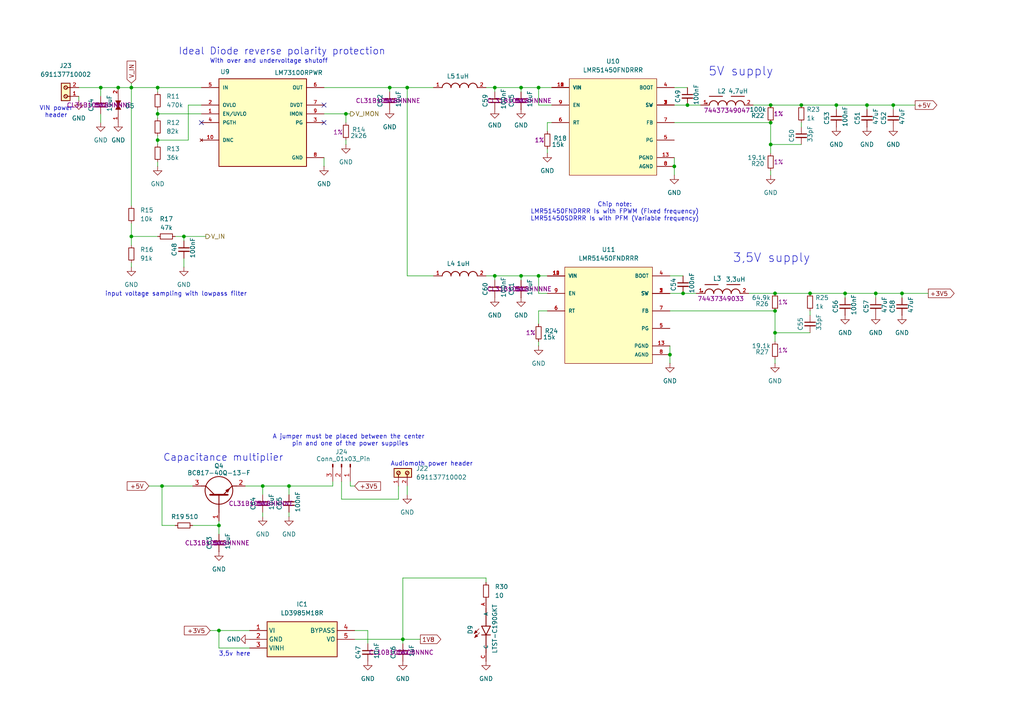
<source format=kicad_sch>
(kicad_sch (version 20250114) (generator "eeschema") (generator_version "9.0")
  (paper "A4")
  (lib_symbols
    (symbol "0402ESDA-MLP1:0402ESDA-MLP1" (pin_names (offset 1.016))
      (property "Reference" "D" (at -5.08 1.27 0))
      (property "Value" "0402ESDA-MLP1" (at -5.08 -3.81 0))
      (symbol "0402ESDA-MLP1_0_0"
        (pin passive line (at -5.08 0 0) (length 2.54) (name "~") (number "1"))
        (pin passive line (at 5.08 0 180) (length 2.54) (name "~") (number "2"))
      )
    )
    (symbol "691137710002:691137710002" (pin_names (offset 1.016))
      (property "Reference" "J" (at -4.88 -0.922 0))
      (property "Value" "691137710002" (at -4.83 -2.58 0))
      (symbol "691137710002_0_0"
        (pin passive line (at -2.54 -5.08 90) (length 2.54) (name "~") (number "1"))
        (pin passive line (at 0 -5.08 90) (length 2.54) (name "~") (number "2"))
      )
    )
    (symbol "BC817-40Q-13-F:BC817-40Q-13-F" (pin_names (hide yes))
      (property "Reference" "Q" (at 13.97 1.27 0))
      (property "Value" "BC817-40Q-13-F" (at 13.97 -1.27 0))
      (symbol "BC817-40Q-13-F_1_1"
        (pin passive line (at 0 0 0) (length 2.54) (name "B") (number "1"))
        (pin passive line (at 10.16 7.62 270) (length 2.54) (name "C") (number "3"))
        (pin passive line (at 10.16 -7.62 90) (length 2.54) (name "E") (number "2"))
      )
    )
    (symbol "Connector:Conn_01x03_Pin" (pin_names (offset 1.016) (hide yes))
      (property "Reference" "J" (at 0 5.08 0))
      (property "Value" "Conn_01x03_Pin" (at 0 -5.08 0))
      (symbol "Conn_01x03_Pin_1_1"
        (pin passive line (at 5.08 2.54 180) (length 3.81) (name "Pin_1") (number "1"))
        (pin passive line (at 5.08 0 180) (length 3.81) (name "Pin_2") (number "2"))
        (pin passive line (at 5.08 -2.54 180) (length 3.81) (name "Pin_3") (number "3"))
      )
    )
    (symbol "Device:C_Small" (pin_numbers (hide yes)) (pin_names (offset 0.254) (hide yes))
      (property "Reference" "C" (at 0.254 1.778 0))
      (property "Value" "C_Small" (at 0.254 -2.032 0))
      (symbol "C_Small_1_1"
        (pin passive line (at 0 2.54 270) (length 2.032) (name "~") (number "1"))
        (pin passive line (at 0 -2.54 90) (length 2.032) (name "~") (number "2"))
      )
    )
    (symbol "Device:R_Small" (pin_numbers (hide yes)) (pin_names (offset 0.254) (hide yes))
      (property "Reference" "R" (at 0.762 0.508 0))
      (property "Value" "R_Small" (at 0.762 -1.016 0))
      (symbol "R_Small_1_1"
        (pin passive line (at 0 2.54 270) (length 0.762) (name "~") (number "1"))
        (pin passive line (at 0 -2.54 90) (length 0.762) (name "~") (number "2"))
      )
    )
    (symbol "LD3985M18R:LD3985M18R"
      (property "Reference" "IC" (at 26.67 7.62 0))
      (property "Value" "LD3985M18R" (at 26.67 5.08 0))
      (symbol "LD3985M18R_1_1"
        (pin input line (at 0 0 0) (length 5.08) (name "VI") (number "1"))
        (pin power_in line (at 0 -2.54 0) (length 5.08) (name "GND") (number "2"))
        (pin input line (at 0 -5.08 0) (length 5.08) (name "VINH") (number "3"))
        (pin passive line (at 30.48 0 180) (length 5.08) (name "BYPASS") (number "4"))
        (pin output line (at 30.48 -2.54 180) (length 5.08) (name "VO") (number "5"))
      )
    )
    (symbol "LM73100RPWR:LM73100RPWR" (pin_names (offset 1.016))
      (property "Reference" "U" (at -12.7 13.462 0))
      (property "Value" "LM73100RPWR" (at -12.7 -15.24 0))
      (symbol "LM73100RPWR_0_0"
        (pin input line (at -17.78 10.16 0) (length 5.08) (name "IN") (number "5"))
        (pin input line (at -17.78 5.08 0) (length 5.08) (name "OVLO") (number "2"))
        (pin input line (at -17.78 2.54 0) (length 5.08) (name "EN/UVLO") (number "1"))
        (pin input line (at -17.78 0 0) (length 5.08) (name "PGTH") (number "4"))
        (pin no_connect line (at -17.78 -5.08 0) (length 5.08) (name "DNC") (number "10"))
        (pin output line (at 17.78 10.16 180) (length 5.08) (name "OUT") (number "6"))
        (pin output line (at 17.78 5.08 180) (length 5.08) (name "DVDT") (number "7"))
        (pin output line (at 17.78 2.54 180) (length 5.08) (name "IMON") (number "9"))
        (pin output line (at 17.78 0 180) (length 5.08) (name "PG") (number "3"))
        (pin power_in line (at 17.78 -10.16 180) (length 5.08) (name "GND") (number "8"))
      )
    )
    (symbol "LMR51450FNDRRR:LMR51450FNDRRR" (pin_names (offset 1.016))
      (property "Reference" "U" (at -12.7 13.335 0))
      (property "Value" "LMR51450FNDRRR" (at -12.7 -17.78 0))
      (symbol "LMR51450FNDRRR_0_0"
        (pin input line (at -17.78 10.16 0) (length 5.08) (name "VIN") (number "10"))
        (pin input line (at -17.78 10.16 0) (length 5.08) (name "VIN") (number "11"))
        (pin input line (at -17.78 10.16 0) (length 5.08) (name "VIN") (number "12"))
        (pin input line (at -17.78 5.08 0) (length 5.08) (name "EN") (number "9"))
        (pin input line (at -17.78 0 0) (length 5.08) (name "RT") (number "6"))
        (pin passive line (at 17.78 10.16 180) (length 5.08) (name "BOOT") (number "4"))
        (pin output line (at 17.78 5.08 180) (length 5.08) (name "SW") (number "1"))
        (pin output line (at 17.78 5.08 180) (length 5.08) (name "SW") (number "2"))
        (pin output line (at 17.78 5.08 180) (length 5.08) (name "SW") (number "3"))
        (pin input line (at 17.78 0 180) (length 5.08) (name "FB") (number "7"))
        (pin output line (at 17.78 -5.08 180) (length 5.08) (name "PG") (number "5"))
        (pin power_in line (at 17.78 -10.16 180) (length 5.08) (name "PGND") (number "13"))
        (pin power_in line (at 17.78 -12.7 180) (length 5.08) (name "AGND") (number "8"))
      )
    )
    (symbol "LQM2HPN1R0MJHL:LQM2HPN1R0MJHL" (pin_names (offset 1.016))
      (property "Reference" "L" (at -7.62 5.08 0))
      (property "Value" "LQM2HPN1R0MJHL" (at -7.62 2.54 0))
      (symbol "LQM2HPN1R0MJHL_0_0"
        (pin passive line (at -7.62 0 0) (length 2.54) (name "~") (number "1"))
        (pin passive line (at 7.62 0 180) (length 2.54) (name "~") (number "2"))
      )
    )
    (symbol "LTST-C190GKT:LTST-C190GKT" (pin_names (offset 1.016))
      (property "Reference" "D" (at -2.0323 4.0647 0))
      (property "Value" "LTST-C190GKT" (at -2.0347 -3.815 0))
      (symbol "LTST-C190GKT_0_0"
        (pin passive line (at -7.62 0 0) (length 2.54) (name "C") (number "C"))
        (pin passive line (at 10.16 0 180) (length 2.54) (name "A") (number "A"))
      )
    )
    (symbol "WE-LHMI_7050:WE-LHMI_7050" (pin_names (offset 1.016))
      (property "Reference" "L" (at 0 3.302 0))
      (property "Value" "WE-LHMI_7050" (at 0 -2.54 0))
      (symbol "WE-LHMI_7050_0_0"
        (pin passive line (at -7.62 0 0) (length 2.54) (name "~") (number "1"))
        (pin passive line (at 7.62 0 180) (length 2.54) (name "~") (number "2"))
      )
    )
    (symbol "WE-LHMI_7050_3uH3:WE-LHMI_7050" (pin_names (offset 1.016))
      (property "Reference" "L" (at 0 3.302 0))
      (property "Value" "WE-LHMI_7050" (at 0 -2.54 0))
      (symbol "WE-LHMI_7050_0_0"
        (pin passive line (at -7.62 0 0) (length 2.54) (name "~") (number "1"))
        (pin passive line (at 7.62 0 180) (length 2.54) (name "~") (number "2"))
      )
    )
    (symbol "power:GND" (power) (pin_numbers (hide yes)) (pin_names (offset 0) (hide yes))
      (property "Value" "GND" (at 0 -3.81 0))
      (symbol "GND_1_1"
        (pin power_in line (at 0 0 270) (length 0) (name "~") (number "1"))
      )
    )
  )
  (text "5V supply" (at 214.884 20.828 0) (effects (font (size 2.54 2.54))))
  (text "Ideal Diode reverse polarity protection" (at 81.788 14.986 0) (effects (font (size 2.032 2.032))))
  (text "Chip note:\nLMR51450FNDRRR Is with FPWM (Fixed frequency)\nLMR51450SDRRR Is with PFM (Variable frequency)" (at 178.308 61.468 0) (effects (font (size 1.27 1.27))))
  (text "input voltage sampling with lowpass filter" (at 51.054 85.344 0) (effects (font (size 1.27 1.27))))
  (text "3,5v here" (at 68.072 189.738 0) (effects (font (size 1.27 1.27))))
  (text "Audiomoth power header" (at 125.222 134.62 0) (effects (font (size 1.27 1.27))))
  (text "With over and undervoltage shutoff" (at 77.978 17.78 0) (effects (font (size 1.27 1.27))))
  (text "Capacitance multiplier" (at 64.77 132.842 0) (effects (font (size 2.032 2.032))))
  (text "3,5V supply" (at 223.774 74.93 0) (effects (font (size 2.54 2.54))))
  (text "VIN power\nheader" (at 16.256 32.512 0) (effects (font (size 1.27 1.27))))
  (text "A jumper must be placed between the center \npin and one of the power supplies" (at 101.6 127.762 0) (effects (font (size 1.27 1.27))))
  (junction (at 34.29 25.4))
  (junction (at 83.82 140.97))
  (junction (at 234.95 85.09))
  (junction (at 259.08 30.48))
  (junction (at 156.21 25.4))
  (junction (at 254 85.09))
  (junction (at 194.31 102.87))
  (junction (at 223.52 35.56))
  (junction (at 198.12 85.09))
  (junction (at 143.51 25.4))
  (junction (at 100.33 33.02))
  (junction (at 38.1 25.4))
  (junction (at 118.11 25.4))
  (junction (at 156.21 80.01))
  (junction (at 195.58 48.26))
  (junction (at 45.72 40.64))
  (junction (at 245.11 85.09))
  (junction (at 151.13 80.01))
  (junction (at 63.5 152.4))
  (junction (at 242.57 30.48))
  (junction (at 38.1 68.58))
  (junction (at 76.2 140.97))
  (junction (at 53.34 68.58))
  (junction (at 261.62 85.09))
  (junction (at 151.13 25.4))
  (junction (at 116.84 185.42))
  (junction (at 45.72 33.02))
  (junction (at 63.5 182.88))
  (junction (at 113.03 25.4))
  (junction (at 45.72 25.4))
  (junction (at 29.21 25.4))
  (junction (at 224.79 85.09))
  (junction (at 223.52 41.91))
  (junction (at 232.41 30.48))
  (junction (at 143.51 80.01))
  (junction (at 251.46 30.48))
  (junction (at 224.79 90.17))
  (junction (at 46.99 140.97))
  (junction (at 223.52 30.48))
  (junction (at 224.79 96.52))
  (junction (at 199.39 30.48))
  (no_connect (at 58.42 35.56))
  (no_connect (at 93.98 35.56))
  (no_connect (at 93.98 30.48))
  (wire (pts (xy 46.99 152.4) (xy 50.8 152.4)))
  (wire (pts (xy 43.18 140.97) (xy 46.99 140.97)))
  (wire (pts (xy 121.92 185.42) (xy 116.84 185.42)))
  (wire (pts (xy 22.86 29.21) (xy 22.86 27.94)))
  (wire (pts (xy 29.21 25.4) (xy 34.29 25.4)))
  (wire (pts (xy 223.52 44.45) (xy 223.52 41.91)))
  (wire (pts (xy 38.1 64.77) (xy 38.1 68.58)))
  (wire (pts (xy 99.06 139.7) (xy 99.06 144.78)))
  (wire (pts (xy 217.17 85.09) (xy 224.79 85.09)))
  (wire (pts (xy 76.2 140.97) (xy 83.82 140.97)))
  (wire (pts (xy 160.02 30.48) (xy 156.21 30.48)))
  (wire (pts (xy 53.34 68.58) (xy 50.8 68.58)))
  (wire (pts (xy 45.72 33.02) (xy 45.72 34.29)))
  (wire (pts (xy 63.5 151.13) (xy 63.5 152.4)))
  (wire (pts (xy 143.51 25.4) (xy 143.51 26.67)))
  (wire (pts (xy 116.84 186.69) (xy 116.84 185.42)))
  (wire (pts (xy 224.79 90.17) (xy 224.79 96.52)))
  (wire (pts (xy 76.2 149.86) (xy 76.2 148.59)))
  (wire (pts (xy 83.82 148.59) (xy 83.82 149.86)))
  (wire (pts (xy 113.03 26.67) (xy 113.03 25.4)))
  (wire (pts (xy 63.5 152.4) (xy 63.5 154.94)))
  (wire (pts (xy 143.51 81.28) (xy 143.51 80.01)))
  (wire (pts (xy 194.31 90.17) (xy 224.79 90.17)))
  (wire (pts (xy 194.31 85.09) (xy 198.12 85.09)))
  (wire (pts (xy 223.52 41.91) (xy 232.41 41.91)))
  (wire (pts (xy 245.11 86.36) (xy 245.11 85.09)))
  (wire (pts (xy 58.42 30.48) (xy 54.61 30.48)))
  (wire (pts (xy 60.96 182.88) (xy 63.5 182.88)))
  (wire (pts (xy 29.21 33.02) (xy 29.21 35.56)))
  (wire (pts (xy 223.52 50.8) (xy 223.52 49.53)))
  (wire (pts (xy 140.97 80.01) (xy 143.51 80.01)))
  (wire (pts (xy 251.46 31.75) (xy 251.46 30.48)))
  (wire (pts (xy 38.1 25.4) (xy 45.72 25.4)))
  (wire (pts (xy 140.97 167.64) (xy 116.84 167.64)))
  (wire (pts (xy 22.86 25.4) (xy 29.21 25.4)))
  (wire (pts (xy 158.75 44.45) (xy 158.75 43.18)))
  (wire (pts (xy 93.98 48.26) (xy 93.98 45.72)))
  (wire (pts (xy 38.1 68.58) (xy 38.1 71.12)))
  (wire (pts (xy 224.79 96.52) (xy 234.95 96.52)))
  (wire (pts (xy 195.58 25.4) (xy 199.39 25.4)))
  (wire (pts (xy 101.6 140.97) (xy 101.6 139.7)))
  (wire (pts (xy 83.82 140.97) (xy 96.52 140.97)))
  (wire (pts (xy 45.72 48.26) (xy 45.72 46.99)))
  (wire (pts (xy 199.39 30.48) (xy 203.2 30.48)))
  (wire (pts (xy 232.41 30.48) (xy 242.57 30.48)))
  (wire (pts (xy 151.13 26.67) (xy 151.13 25.4)))
  (wire (pts (xy 45.72 40.64) (xy 45.72 41.91)))
  (wire (pts (xy 45.72 39.37) (xy 45.72 40.64)))
  (wire (pts (xy 140.97 167.64) (xy 140.97 168.91)))
  (wire (pts (xy 76.2 143.51) (xy 76.2 140.97)))
  (wire (pts (xy 53.34 77.47) (xy 53.34 74.93)))
  (wire (pts (xy 38.1 77.47) (xy 38.1 76.2)))
  (wire (pts (xy 224.79 96.52) (xy 224.79 99.06)))
  (wire (pts (xy 72.39 187.96) (xy 63.5 187.96)))
  (wire (pts (xy 234.95 85.09) (xy 245.11 85.09)))
  (wire (pts (xy 116.84 167.64) (xy 116.84 185.42)))
  (wire (pts (xy 242.57 31.75) (xy 242.57 30.48)))
  (wire (pts (xy 45.72 26.67) (xy 45.72 25.4)))
  (wire (pts (xy 254 85.09) (xy 261.62 85.09)))
  (wire (pts (xy 46.99 140.97) (xy 46.99 152.4)))
  (wire (pts (xy 53.34 68.58) (xy 59.69 68.58)))
  (wire (pts (xy 259.08 30.48) (xy 265.43 30.48)))
  (wire (pts (xy 53.34 69.85) (xy 53.34 68.58)))
  (wire (pts (xy 63.5 187.96) (xy 63.5 182.88)))
  (wire (pts (xy 232.41 35.56) (xy 232.41 36.83)))
  (wire (pts (xy 38.1 25.4) (xy 38.1 59.69)))
  (wire (pts (xy 195.58 45.72) (xy 195.58 48.26)))
  (wire (pts (xy 151.13 25.4) (xy 143.51 25.4)))
  (wire (pts (xy 83.82 140.97) (xy 83.82 143.51)))
  (wire (pts (xy 158.75 38.1) (xy 158.75 35.56)))
  (wire (pts (xy 96.52 139.7) (xy 96.52 140.97)))
  (wire (pts (xy 106.68 182.88) (xy 102.87 182.88)))
  (wire (pts (xy 156.21 85.09) (xy 156.21 80.01)))
  (wire (pts (xy 63.5 182.88) (xy 72.39 182.88)))
  (wire (pts (xy 118.11 80.01) (xy 125.73 80.01)))
  (wire (pts (xy 254 85.09) (xy 254 86.36)))
  (wire (pts (xy 106.68 186.69) (xy 106.68 182.88)))
  (wire (pts (xy 259.08 31.75) (xy 259.08 30.48)))
  (wire (pts (xy 100.33 41.91) (xy 100.33 40.64)))
  (wire (pts (xy 143.51 80.01) (xy 151.13 80.01)))
  (wire (pts (xy 102.87 140.97) (xy 101.6 140.97)))
  (wire (pts (xy 156.21 80.01) (xy 158.75 80.01)))
  (wire (pts (xy 54.61 30.48) (xy 54.61 40.64)))
  (wire (pts (xy 118.11 25.4) (xy 125.73 25.4)))
  (wire (pts (xy 151.13 25.4) (xy 156.21 25.4)))
  (wire (pts (xy 100.33 33.02) (xy 100.33 35.56)))
  (wire (pts (xy 71.12 140.97) (xy 76.2 140.97)))
  (wire (pts (xy 158.75 90.17) (xy 156.21 90.17)))
  (wire (pts (xy 261.62 85.09) (xy 269.24 85.09)))
  (wire (pts (xy 29.21 27.94) (xy 29.21 25.4)))
  (wire (pts (xy 118.11 25.4) (xy 118.11 80.01)))
  (wire (pts (xy 140.97 25.4) (xy 143.51 25.4)))
  (wire (pts (xy 158.75 35.56) (xy 160.02 35.56)))
  (wire (pts (xy 223.52 30.48) (xy 232.41 30.48)))
  (wire (pts (xy 151.13 80.01) (xy 156.21 80.01)))
  (wire (pts (xy 198.12 85.09) (xy 201.93 85.09)))
  (wire (pts (xy 224.79 85.09) (xy 234.95 85.09)))
  (wire (pts (xy 99.06 144.78) (xy 115.57 144.78)))
  (wire (pts (xy 195.58 30.48) (xy 199.39 30.48)))
  (wire (pts (xy 156.21 100.33) (xy 156.21 99.06)))
  (wire (pts (xy 45.72 33.02) (xy 58.42 33.02)))
  (wire (pts (xy 115.57 144.78) (xy 115.57 140.97)))
  (wire (pts (xy 118.11 143.51) (xy 118.11 140.97)))
  (wire (pts (xy 218.44 30.48) (xy 223.52 30.48)))
  (wire (pts (xy 55.88 152.4) (xy 63.5 152.4)))
  (wire (pts (xy 242.57 30.48) (xy 251.46 30.48)))
  (wire (pts (xy 54.61 40.64) (xy 45.72 40.64)))
  (wire (pts (xy 261.62 85.09) (xy 261.62 86.36)))
  (wire (pts (xy 45.72 68.58) (xy 38.1 68.58)))
  (wire (pts (xy 100.33 33.02) (xy 93.98 33.02)))
  (wire (pts (xy 113.03 25.4) (xy 118.11 25.4)))
  (wire (pts (xy 156.21 25.4) (xy 160.02 25.4)))
  (wire (pts (xy 158.75 85.09) (xy 156.21 85.09)))
  (wire (pts (xy 102.87 185.42) (xy 116.84 185.42)))
  (wire (pts (xy 224.79 105.41) (xy 224.79 104.14)))
  (wire (pts (xy 245.11 85.09) (xy 254 85.09)))
  (wire (pts (xy 93.98 25.4) (xy 113.03 25.4)))
  (wire (pts (xy 223.52 41.91) (xy 223.52 35.56)))
  (wire (pts (xy 259.08 30.48) (xy 251.46 30.48)))
  (wire (pts (xy 195.58 50.8) (xy 195.58 48.26)))
  (wire (pts (xy 45.72 31.75) (xy 45.72 33.02)))
  (wire (pts (xy 234.95 90.17) (xy 234.95 91.44)))
  (wire (pts (xy 45.72 25.4) (xy 58.42 25.4)))
  (wire (pts (xy 100.33 33.02) (xy 101.6 33.02)))
  (wire (pts (xy 151.13 81.28) (xy 151.13 80.01)))
  (wire (pts (xy 156.21 90.17) (xy 156.21 93.98)))
  (wire (pts (xy 34.29 25.4) (xy 38.1 25.4)))
  (wire (pts (xy 46.99 140.97) (xy 55.88 140.97)))
  (wire (pts (xy 194.31 80.01) (xy 198.12 80.01)))
  (wire (pts (xy 194.31 100.33) (xy 194.31 102.87)))
  (wire (pts (xy 195.58 35.56) (xy 223.52 35.56)))
  (wire (pts (xy 194.31 102.87) (xy 194.31 105.41)))
  (wire (pts (xy 38.1 24.13) (xy 38.1 25.4)))
  (wire (pts (xy 156.21 30.48) (xy 156.21 25.4)))
  (global_label "+5V" (shape input) (at 43.18 140.97 180) (property "Intersheetrefs" "${INTERSHEET_REFS}" (effects (hide yes))))
  (global_label "+3V5" (shape output) (at 269.24 85.09 0) (property "Intersheetrefs" "${INTERSHEET_REFS}" (effects (hide yes))))
  (global_label "+3V5" (shape input) (at 60.96 182.88 180) (property "Intersheetrefs" "${INTERSHEET_REFS}" (effects (hide yes))))
  (global_label "+5V" (shape output) (at 265.43 30.48 0) (property "Intersheetrefs" "${INTERSHEET_REFS}" (effects (hide yes))))
  (global_label "+3V5" (shape input) (at 102.87 140.97 0) (property "Intersheetrefs" "${INTERSHEET_REFS}" (effects (hide yes))))
  (global_label "V_IN" (shape input) (at 38.1 24.13 90) (property "Intersheetrefs" "${INTERSHEET_REFS}" (effects (hide yes))))
  (global_label "1V8" (shape output) (at 121.92 185.42 0) (property "Intersheetrefs" "${INTERSHEET_REFS}" (effects (hide yes))))
  (hierarchical_label "V_IN" (shape output) (at 59.69 68.58 0))
  (hierarchical_label "V_IMON" (shape output) (at 101.6 33.02 0))
  (symbol (lib_id "Device:R_Small") (at 45.72 29.21 0) (unit 1)
    (property "Reference" "R11" (at 48.26 27.9399 0) (effects (justify left)))
    (property "Value" "470k" (at 48.26 30.4799 0) (effects (justify left)))
    (property "Footprint" "Resistor_SMD:R_0402_1005Metric" (effects (hide yes)))
    (property "Description" "Resistor, small symbol" (effects (hide yes)))
  )
  (symbol (lib_id "Device:C_Small") (at 198.12 82.55 0) (unit 1)
    (property "Reference" "C54" (at 195.326 82.55 90))
    (property "Value" "100nF" (at 200.66 82.042 90))
    (property "Footprint" "Capacitor_SMD:C_0603_1608Metric" (effects (hide yes)))
    (property "Description" "Unpolarized capacitor, small symbol" (effects (hide yes)))
  )
  (symbol (lib_id "Device:C_Small") (at 83.82 146.05 0) (unit 1)
    (property "Reference" "C65" (at 81.026 146.05 90))
    (property "Value" "100nF" (at 86.36 145.542 90))
    (property "Footprint" "Capacitor_SMD:C_0603_1608Metric" (effects (hide yes)))
    (property "Description" "Unpolarized capacitor, small symbol" (effects (hide yes)))
  )
  (symbol (lib_id "LQM2HPN1R0MJHL:LQM2HPN1R0MJHL") (at 133.35 80.01 0) (unit 1)
    (property "Reference" "L4" (at 130.81 76.454 0))
    (property "Value" "1uH" (at 134.366 76.454 0))
    (property "Footprint" "LQM2HPN1R0MJHL:INDC2520X120N" (effects (hide yes)))
    (property "MF" "Murata Electronics" (effects (hide yes)))
    (property "Description_1" "Inductor with Inductance: 1uH Tol. +/-20%, Package: 1008 (2520)" (effects (hide yes)))
    (property "Package" "2520 Murata" (effects (hide yes)))
    (property "Price" "None" (effects (hide yes)))
    (property "SnapEDA_Link" "https://www.snapeda.com/parts/LQM2HPN1R0MJHL/Murata+Electronics+North+America/view-part/?ref=snap" (effects (hide yes)))
    (property "MP" "LQM2HPN1R0MJHL" (effects (hide yes)))
    (property "Availability" "In Stock" (effects (hide yes)))
    (property "Check_prices" "https://www.snapeda.com/parts/LQM2HPN1R0MJHL/Murata+Electronics+North+America/view-part/?ref=eda" (effects (hide yes)))
  )
  (symbol (lib_id "Device:C_Small") (at 259.08 34.29 0) (unit 1)
    (property "Reference" "C52" (at 256.286 34.29 90))
    (property "Value" "47uF" (at 261.62 33.782 90))
    (property "Footprint" "Capacitor_SMD:C_1206_3216Metric" (effects (hide yes)))
    (property "Description" "Unpolarized capacitor, small symbol" (effects (hide yes)))
    (property "Part-no" "GRM31CR61A476ME15L " (effects (hide yes)))
    (property "Voltage rating" "10v" (effects (hide yes)))
  )
  (symbol (lib_id "Device:C_Small") (at 151.13 29.21 0) (unit 1)
    (property "Reference" "C45" (at 148.336 29.21 90))
    (property "Value" "10uF" (at 153.67 28.702 90))
    (property "Footprint" "Capacitor_SMD:C_1206_3216Metric" (effects (hide yes)))
    (property "Description" "Unpolarized capacitor, small symbol" (effects (hide yes)))
    (property "Part-no" "CL31B106KBHNNNE " (at 151.13 29.21 0))
    (property "Voltage rating" "50v" (at 151.13 29.21 0))
  )
  (symbol (lib_id "power:GND") (at 113.03 31.75 0) (unit 1)
    (property "Reference" "#PWR072" (effects (hide yes)))
    (property "Value" "GND" (at 113.03 36.83 0))
    (property "Description" "Power symbol creates a global label with name \"GND\" , ground" (effects (hide yes)))
  )
  (symbol (lib_id "Device:C_Small") (at 116.84 189.23 0) (unit 1)
    (property "Reference" "C46" (at 114.046 189.23 90))
    (property "Value" "1uF" (at 119.38 188.722 90))
    (property "Footprint" "Capacitor_SMD:C_0603_1608Metric" (effects (hide yes)))
    (property "Description" "Unpolarized capacitor, small symbol" (effects (hide yes)))
    (property "Part-no" "CL10B105KO8NNNC " (at 116.84 189.23 0))
    (property "Voltage rating" "16v" (at 116.84 189.23 0))
  )
  (symbol (lib_id "WE-LHMI_7050:WE-LHMI_7050") (at 210.82 30.48 0) (unit 1) (on_board no)
    (property "Reference" "L2" (at 209.296 26.416 0))
    (property "Value" "4,7uH" (at 214.122 26.416 0))
    (property "Footprint" "WE-LHMI_7050:WE-LHMI_7050" (effects (hide yes)))
    (property "MF" "Würth Elektronik" (effects (hide yes)))
    (property "Description_1" "4.7µH Shielded Molded Inductor 5A 30.8mOhm Max Nonstandard" (effects (hide yes)))
    (property "Package" "Nonstandard Würth Elektronik" (effects (hide yes)))
    (property "Price" "None" (effects (hide yes)))
    (property "SnapEDA_Link" "https://www.snapeda.com/parts/74437349047/W%25C3%25BCrth+Elektronik+Midcom/view-part/?ref=snap" (effects (hide yes)))
    (property "MP" "74437349047" (at 210.82 32.766 0) (effects (justify bottom)))
    (property "Availability" "In Stock" (effects (hide yes)))
    (property "Check_prices" "https://www.snapeda.com/parts/74437349047/W%25C3%25BCrth+Elektronik+Midcom/view-part/?ref=eda" (effects (hide yes)))
  )
  (symbol (lib_id "691137710002:691137710002") (at 17.78 25.4 90) (unit 1)
    (property "Reference" "J23" (at 19.05 19.05 90))
    (property "Value" "691137710002" (at 19.05 21.59 90))
    (property "Footprint" "691137710002:691137710002" (effects (hide yes)))
    (property "MF" "Würth Elektronik" (effects (hide yes)))
    (property "Description_1" "2 Position Wire to Board Terminal Block Horizontal with Board 0.197 (5.00mm) Through Hole" (effects (hide yes)))
    (property "Package" "None" (effects (hide yes)))
    (property "Price" "None" (effects (hide yes)))
    (property "SnapEDA_Link" "https://www.snapeda.com/parts/691137710002/W%25C3%25BCrth+Elektronik+Midcom/view-part/?ref=snap" (effects (hide yes)))
    (property "MP" "691137710002" (effects (hide yes)))
    (property "Availability" "In Stock" (effects (hide yes)))
    (property "Check_prices" "https://www.snapeda.com/parts/691137710002/W%25C3%25BCrth+Elektronik+Midcom/view-part/?ref=eda" (effects (hide yes)))
  )
  (symbol (lib_id "power:GND") (at 72.39 185.42 270) (unit 1)
    (property "Reference" "#PWR051" (effects (hide yes)))
    (property "Value" "GND" (at 69.85 185.42 90) (effects (justify right)))
    (property "Description" "Power symbol creates a global label with name \"GND\" , ground" (effects (hide yes)))
  )
  (symbol (lib_id "Device:R_Small") (at 224.79 101.6 180) (unit 1)
    (property "Reference" "R27" (at 223.012 102.108 0) (effects (justify left)))
    (property "Value" "19.1k" (at 223.52 100.33 0) (effects (justify left)))
    (property "Footprint" "Resistor_SMD:R_0402_1005Metric" (effects (hide yes)))
    (property "Description" "Resistor, small symbol" (effects (hide yes)))
    (property "Tolerance" "1%" (at 227.076 101.6 0))
  )
  (symbol (lib_id "LQM2HPN1R0MJHL:LQM2HPN1R0MJHL") (at 133.35 25.4 0) (unit 1)
    (property "Reference" "L5" (at 130.81 22.098 0))
    (property "Value" "1uH" (at 134.112 22.098 0))
    (property "Footprint" "LQM2HPN1R0MJHL:INDC2520X120N" (effects (hide yes)))
    (property "MF" "Murata Electronics" (effects (hide yes)))
    (property "Description_1" "Inductor with Inductance: 1uH Tol. +/-20%, Package: 1008 (2520)" (effects (hide yes)))
    (property "Package" "2520 Murata" (effects (hide yes)))
    (property "Price" "None" (effects (hide yes)))
    (property "SnapEDA_Link" "https://www.snapeda.com/parts/LQM2HPN1R0MJHL/Murata+Electronics+North+America/view-part/?ref=snap" (effects (hide yes)))
    (property "MP" "LQM2HPN1R0MJHL" (effects (hide yes)))
    (property "Availability" "In Stock" (effects (hide yes)))
    (property "Check_prices" "https://www.snapeda.com/parts/LQM2HPN1R0MJHL/Murata+Electronics+North+America/view-part/?ref=eda" (effects (hide yes)))
  )
  (symbol (lib_id "power:GND") (at 34.29 35.56 0) (unit 1)
    (property "Reference" "#PWR047" (effects (hide yes)))
    (property "Value" "GND" (at 34.29 40.64 0))
    (property "Description" "Power symbol creates a global label with name \"GND\" , ground" (effects (hide yes)))
  )
  (symbol (lib_id "Device:C_Small") (at 245.11 88.9 0) (unit 1)
    (property "Reference" "C56" (at 242.316 88.9 90))
    (property "Value" "100nF" (at 247.65 88.392 90))
    (property "Footprint" "Capacitor_SMD:C_0603_1608Metric" (effects (hide yes)))
    (property "Description" "Unpolarized capacitor, small symbol" (effects (hide yes)))
  )
  (symbol (lib_id "power:GND") (at 261.62 91.44 0) (unit 1)
    (property "Reference" "#PWR068" (effects (hide yes)))
    (property "Value" "GND" (at 261.62 96.52 0))
    (property "Description" "Power symbol creates a global label with name \"GND\" , ground" (effects (hide yes)))
  )
  (symbol (lib_id "power:GND") (at 106.68 191.77 0) (unit 1)
    (property "Reference" "#PWR053" (effects (hide yes)))
    (property "Value" "GND" (at 106.68 196.85 0))
    (property "Description" "Power symbol creates a global label with name \"GND\" , ground" (effects (hide yes)))
  )
  (symbol (lib_id "power:GND") (at 223.52 50.8 0) (unit 1)
    (property "Reference" "#PWR059" (effects (hide yes)))
    (property "Value" "GND" (at 223.52 55.88 0))
    (property "Description" "Power symbol creates a global label with name \"GND\" , ground" (effects (hide yes)))
  )
  (symbol (lib_id "power:GND") (at 195.58 50.8 0) (unit 1)
    (property "Reference" "#PWR057" (effects (hide yes)))
    (property "Value" "GND" (at 195.58 55.88 0))
    (property "Description" "Power symbol creates a global label with name \"GND\" , ground" (effects (hide yes)))
  )
  (symbol (lib_id "power:GND") (at 76.2 149.86 0) (unit 1)
    (property "Reference" "#PWR074" (effects (hide yes)))
    (property "Value" "GND" (at 76.2 154.94 0))
    (property "Description" "Power symbol creates a global label with name \"GND\" , ground" (effects (hide yes)))
  )
  (symbol (lib_id "power:GND") (at 53.34 77.47 0) (unit 1)
    (property "Reference" "#PWR055" (effects (hide yes)))
    (property "Value" "GND" (at 53.34 82.55 0))
    (property "Description" "Power symbol creates a global label with name \"GND\" , ground" (effects (hide yes)))
  )
  (symbol (lib_id "Device:R_Small") (at 48.26 68.58 270) (unit 1)
    (property "Reference" "R17" (at 48.26 63.5 90))
    (property "Value" "47k" (at 48.26 66.04 90))
    (property "Footprint" "Resistor_SMD:R_0402_1005Metric" (effects (hide yes)))
    (property "Description" "Resistor, small symbol" (effects (hide yes)))
  )
  (symbol (lib_id "power:GND") (at 83.82 149.86 0) (unit 1)
    (property "Reference" "#PWR075" (effects (hide yes)))
    (property "Value" "GND" (at 83.82 154.94 0))
    (property "Description" "Power symbol creates a global label with name \"GND\" , ground" (effects (hide yes)))
  )
  (symbol (lib_id "power:GND") (at 254 91.44 0) (unit 1)
    (property "Reference" "#PWR067" (effects (hide yes)))
    (property "Value" "GND" (at 254 96.52 0))
    (property "Description" "Power symbol creates a global label with name \"GND\" , ground" (effects (hide yes)))
  )
  (symbol (lib_id "Device:R_Small") (at 158.75 40.64 0) (unit 1)
    (property "Reference" "R18" (at 160.528 40.132 0) (effects (justify left)))
    (property "Value" "15k" (at 160.02 41.91 0) (effects (justify left)))
    (property "Footprint" "Resistor_SMD:R_0402_1005Metric" (effects (hide yes)))
    (property "Description" "Resistor, small symbol" (effects (hide yes)))
    (property "Tolerance" "1%" (at 156.464 40.64 0))
  )
  (symbol (lib_id "Device:C_Small") (at 76.2 146.05 0) (unit 1)
    (property "Reference" "C64" (at 73.406 146.05 90))
    (property "Value" "10uF" (at 78.74 145.542 90))
    (property "Footprint" "Capacitor_SMD:C_1206_3216Metric" (effects (hide yes)))
    (property "Description" "Unpolarized capacitor, small symbol" (effects (hide yes)))
    (property "Part-no" "CL31B106KBHNNNE " (at 76.2 146.05 0))
    (property "Voltage rating" "50v" (at 76.2 146.05 0))
  )
  (symbol (lib_id "power:GND") (at 22.86 29.21 0) (unit 1)
    (property "Reference" "#PWR076" (effects (hide yes)))
    (property "Value" "GND" (at 22.86 34.29 0))
    (property "Description" "Power symbol creates a global label with name \"GND\" , ground" (effects (hide yes)))
  )
  (symbol (lib_id "Device:R_Small") (at 45.72 44.45 0) (unit 1)
    (property "Reference" "R13" (at 48.26 43.1799 0) (effects (justify left)))
    (property "Value" "36k" (at 48.26 45.7199 0) (effects (justify left)))
    (property "Footprint" "Resistor_SMD:R_0402_1005Metric" (effects (hide yes)))
    (property "Description" "Resistor, small symbol" (effects (hide yes)))
  )
  (symbol (lib_id "Device:C_Small") (at 143.51 83.82 0) (unit 1)
    (property "Reference" "C60" (at 140.716 83.82 90))
    (property "Value" "100nF" (at 146.05 83.312 90))
    (property "Footprint" "Capacitor_SMD:C_0603_1608Metric" (effects (hide yes)))
    (property "Description" "Unpolarized capacitor, small symbol" (effects (hide yes)))
  )
  (symbol (lib_id "BC817-40Q-13-F:BC817-40Q-13-F") (at 63.5 151.13 90) (unit 1)
    (property "Reference" "Q4" (at 63.5 135.128 90))
    (property "Value" "BC817-40Q-13-F" (at 63.5 137.16 90))
    (property "Footprint" "SOT96P240X110-3N" (effects (hide yes)))
    (property "Datasheet" "https://www.diodes.com//assets/Datasheets/BC817-16Q_40Q.pdf" (effects (hide yes)))
    (property "Description" "BVCEO > 45V  IC = 0.5A Continuous Collector Current  ICM = 1A Peak Pulse Current  Complementary PNP Types: BC807-xxQ  Ideally Suited for Automatic Insertion  Epitaxial Planar Die Construction  For Switching and AF Amplifier Applications  Totally Lead-Free & Fully RoHS Compliant (Notes 1 & 2)  Halogen and Antimony Free. \"Green\" Device (Note 3)  The BC817-16Q /-25Q/-40Q are suitable for automotive applications requiring specific change control; these parts are AEC-Q101 qualified, PPAP ca" (effects (hide yes)))
    (property "Height" "1.1" (effects (hide yes)))
    (property "Manufacturer_Name" "Diodes Incorporated" (effects (hide yes)))
    (property "Manufacturer_Part_Number" "BC817-40Q-13-F" (effects (hide yes)))
    (property "Mouser Part Number" "621-BC817-40Q-13-F" (effects (hide yes)))
    (property "Mouser Price/Stock" "https://www.mouser.co.uk/ProductDetail/Diodes-Incorporated/BC817-40Q-13-F?qs=4EhzHfbM1Ghn23Xx55KmTw%3D%3D" (effects (hide yes)))
    (property "Arrow Part Number" "BC817-40Q-13-F" (effects (hide yes)))
    (property "Arrow Price/Stock" "https://www.arrow.com/en/products/bc817-40q-13-f/diodes-incorporated?region=europe" (effects (hide yes)))
  )
  (symbol (lib_id "Device:C_Small") (at 234.95 93.98 0) (unit 1)
    (property "Reference" "C55" (at 232.156 93.98 90))
    (property "Value" "33pF" (at 237.49 93.472 90))
    (property "Footprint" "Capacitor_SMD:C_0603_1608Metric" (effects (hide yes)))
    (property "Description" "Unpolarized capacitor, small symbol" (effects (hide yes)))
  )
  (symbol (lib_id "power:GND") (at 100.33 41.91 0) (unit 1)
    (property "Reference" "#PWR049" (effects (hide yes)))
    (property "Value" "GND" (at 100.33 46.99 0))
    (property "Description" "Power symbol creates a global label with name \"GND\" , ground" (effects (hide yes)))
  )
  (symbol (lib_id "Device:R_Small") (at 234.95 87.63 0) (unit 1)
    (property "Reference" "R25" (at 236.474 86.36 0) (effects (justify left)))
    (property "Value" "1k" (at 236.474 88.9 0) (effects (justify left)))
    (property "Footprint" "Resistor_SMD:R_0402_1005Metric" (effects (hide yes)))
    (property "Description" "Resistor, small symbol" (effects (hide yes)))
  )
  (symbol (lib_id "Device:C_Small") (at 29.21 30.48 0) (unit 1)
    (property "Reference" "C44" (at 26.416 30.48 90))
    (property "Value" "10uF" (at 31.75 29.972 90))
    (property "Footprint" "Capacitor_SMD:C_1206_3216Metric" (effects (hide yes)))
    (property "Description" "Unpolarized capacitor, small symbol" (effects (hide yes)))
    (property "Part-no" "CL31B106KBHNNNE " (at 29.21 30.48 0))
    (property "Voltage rating" "50v" (at 29.21 30.48 0))
  )
  (symbol (lib_id "Device:R_Small") (at 223.52 33.02 180) (unit 1)
    (property "Reference" "R22" (at 221.742 33.528 0) (effects (justify left)))
    (property "Value" "100k" (at 222.25 31.75 0) (effects (justify left)))
    (property "Footprint" "Resistor_SMD:R_0402_1005Metric" (effects (hide yes)))
    (property "Description" "Resistor, small symbol" (effects (hide yes)))
    (property "Tolerance" "1%" (at 225.806 33.02 0))
  )
  (symbol (lib_id "power:GND") (at 143.51 31.75 0) (unit 1)
    (property "Reference" "#PWR069" (effects (hide yes)))
    (property "Value" "GND" (at 143.51 36.322 0))
    (property "Description" "Power symbol creates a global label with name \"GND\" , ground" (effects (hide yes)))
  )
  (symbol (lib_id "Connector:Conn_01x03_Pin") (at 99.06 134.62 270) (unit 1)
    (property "Reference" "J24" (at 99.06 131.064 90))
    (property "Value" "Conn_01x03_Pin" (at 99.568 133.096 90))
    (property "Footprint" "Connector_PinHeader_2.54mm:PinHeader_1x03_P2.54mm_Vertical" (effects (hide yes)))
    (property "Description" "Generic connector, single row, 01x03, script generated" (effects (hide yes)))
  )
  (symbol (lib_id "Device:C_Small") (at 143.51 29.21 0) (unit 1)
    (property "Reference" "C59" (at 140.716 29.21 90))
    (property "Value" "100nF" (at 146.05 28.702 90))
    (property "Footprint" "Capacitor_SMD:C_0603_1608Metric" (effects (hide yes)))
    (property "Description" "Unpolarized capacitor, small symbol" (effects (hide yes)))
  )
  (symbol (lib_id "power:GND") (at 140.97 191.77 0) (unit 1)
    (property "Reference" "#PWR079" (effects (hide yes)))
    (property "Value" "GND" (at 140.97 196.85 0))
    (property "Description" "Power symbol creates a global label with name \"GND\" , ground" (effects (hide yes)))
  )
  (symbol (lib_id "Device:R_Small") (at 38.1 62.23 0) (unit 1)
    (property "Reference" "R15" (at 40.64 60.9599 0) (effects (justify left)))
    (property "Value" "10k" (at 40.64 63.4999 0) (effects (justify left)))
    (property "Footprint" "Resistor_SMD:R_0402_1005Metric" (effects (hide yes)))
    (property "Description" "Resistor, small symbol" (effects (hide yes)))
  )
  (symbol (lib_id "Device:C_Small") (at 106.68 189.23 0) (unit 1)
    (property "Reference" "C47" (at 103.886 189.23 90))
    (property "Value" "10nF" (at 109.22 188.722 90))
    (property "Footprint" "Capacitor_SMD:C_0603_1608Metric" (effects (hide yes)))
    (property "Description" "Unpolarized capacitor, small symbol" (effects (hide yes)))
  )
  (symbol (lib_id "0402ESDA-MLP1:0402ESDA-MLP1") (at 34.29 30.48 90) (unit 1)
    (property "Reference" "D5" (at 36.322 30.734 90) (effects (justify right)))
    (property "Value" "0402ESDA-MLP1" (effects (hide yes)))
    (property "Footprint" "0402ESDA-MLP1:ESD_0402ESDA-MLP1" (effects (hide yes)))
    (property "MF" "Eaton" (effects (hide yes)))
    (property "DESCRIPTION" "ESD Suppressor Diode Polymer Bi-Dir 30V 2-Pin Case 0402(1006Metric) T/R" (effects (hide yes)))
    (property "PACKAGE" "0402 Eaton" (effects (hide yes)))
    (property "PRICE" "None" (effects (hide yes)))
    (property "Package" "0402 Eaton" (effects (hide yes)))
    (property "Check_prices" "https://www.snapeda.com/parts/0402ESDA-MLP1/Eaton/view-part/?ref=eda" (effects (hide yes)))
    (property "Price" "None" (effects (hide yes)))
    (property "SnapEDA_Link" "https://www.snapeda.com/parts/0402ESDA-MLP1/Eaton/view-part/?ref=snap" (effects (hide yes)))
    (property "MP" "0402ESDA-MLP1" (effects (hide yes)))
    (property "Availability" "In Stock" (effects (hide yes)))
    (property "AVAILABILITY" "In Stock" (effects (hide yes)))
    (property "Description_1" "SUPPRESSORS ESD SUPPRESSORS POLYSURG 0402 35V .05PF | Eaton Electronics 0402ESDA-MLP1" (effects (hide yes)))
  )
  (symbol (lib_id "power:GND") (at 194.31 105.41 0) (unit 1)
    (property "Reference" "#PWR064" (effects (hide yes)))
    (property "Value" "GND" (at 194.31 110.49 0))
    (property "Description" "Power symbol creates a global label with name \"GND\" , ground" (effects (hide yes)))
  )
  (symbol (lib_id "power:GND") (at 116.84 191.77 0) (unit 1)
    (property "Reference" "#PWR052" (effects (hide yes)))
    (property "Value" "GND" (at 116.84 196.85 0))
    (property "Description" "Power symbol creates a global label with name \"GND\" , ground" (effects (hide yes)))
  )
  (symbol (lib_id "power:GND") (at 224.79 105.41 0) (unit 1)
    (property "Reference" "#PWR065" (effects (hide yes)))
    (property "Value" "GND" (at 224.79 110.49 0))
    (property "Description" "Power symbol creates a global label with name \"GND\" , ground" (effects (hide yes)))
  )
  (symbol (lib_id "Device:R_Small") (at 45.72 36.83 0) (unit 1)
    (property "Reference" "R12" (at 48.26 35.5599 0) (effects (justify left)))
    (property "Value" "82k" (at 48.26 38.0999 0) (effects (justify left)))
    (property "Footprint" "Resistor_SMD:R_0402_1005Metric" (effects (hide yes)))
    (property "Description" "Resistor, small symbol" (effects (hide yes)))
  )
  (symbol (lib_id "Device:R_Small") (at 224.79 87.63 180) (unit 1)
    (property "Reference" "R26" (at 223.012 88.138 0) (effects (justify left)))
    (property "Value" "64.9k" (at 223.52 86.36 0) (effects (justify left)))
    (property "Footprint" "Resistor_SMD:R_0402_1005Metric" (effects (hide yes)))
    (property "Description" "Resistor, small symbol" (effects (hide yes)))
    (property "Tolerance" "1%" (at 227.076 87.63 0))
  )
  (symbol (lib_id "Device:C_Small") (at 232.41 39.37 0) (unit 1)
    (property "Reference" "C50" (at 229.616 39.37 90))
    (property "Value" "33pF" (at 234.95 38.862 90))
    (property "Footprint" "Capacitor_SMD:C_0603_1608Metric" (effects (hide yes)))
    (property "Description" "Unpolarized capacitor, small symbol" (effects (hide yes)))
  )
  (symbol (lib_id "LMR51450FNDRRR:LMR51450FNDRRR") (at 176.53 90.17 0) (unit 1)
    (property "Reference" "U11" (at 176.53 72.39 0))
    (property "Value" "LMR51450FNDRRR" (at 176.53 74.93 0))
    (property "Footprint" "LMR51450FNDRRR:CONV_LMR51450FNDRRR" (effects (hide yes)))
    (property "MF" "Texas Instruments" (effects (hide yes)))
    (property "MAXIMUM_PACKAGE_HEIGHT" "0.80 mm" (effects (hide yes)))
    (property "Package" "WSON-12 Texas Instruments" (effects (hide yes)))
    (property "Price" "None" (effects (hide yes)))
    (property "Check_prices" "https://www.snapeda.com/parts/LMR51450FNDRRR/Texas+Instruments/view-part/?ref=eda" (effects (hide yes)))
    (property "STANDARD" "Manufacturer Recommendations" (effects (hide yes)))
    (property "PARTREV" "December 2022" (effects (hide yes)))
    (property "SnapEDA_Link" "https://www.snapeda.com/parts/LMR51450FNDRRR/Texas+Instruments/view-part/?ref=snap" (effects (hide yes)))
    (property "MP" "LMR51450FNDRRR" (effects (hide yes)))
    (property "Description_1" "36-V, 5-A synchronous buck converter" (effects (hide yes)))
    (property "Availability" "In Stock" (effects (hide yes)))
    (property "MANUFACTURER" "Texas Instruments" (effects (hide yes)))
  )
  (symbol (lib_id "power:GND") (at 151.13 86.36 0) (unit 1)
    (property "Reference" "#PWR071" (effects (hide yes)))
    (property "Value" "GND" (at 151.13 91.44 0))
    (property "Description" "Power symbol creates a global label with name \"GND\" , ground" (effects (hide yes)))
  )
  (symbol (lib_id "Device:C_Small") (at 251.46 34.29 0) (unit 1)
    (property "Reference" "C51" (at 248.666 34.29 90))
    (property "Value" "47uF" (at 254 33.782 90))
    (property "Footprint" "Capacitor_SMD:C_1206_3216Metric" (effects (hide yes)))
    (property "Description" "Unpolarized capacitor, small symbol" (effects (hide yes)))
    (property "Part-no" "GRM31CR61A476ME15L " (effects (hide yes)))
    (property "Voltage rating" "10v" (effects (hide yes)))
  )
  (symbol (lib_id "Device:R_Small") (at 232.41 33.02 0) (unit 1)
    (property "Reference" "R23" (at 233.934 31.75 0) (effects (justify left)))
    (property "Value" "1k" (at 233.934 34.29 0) (effects (justify left)))
    (property "Footprint" "Resistor_SMD:R_0402_1005Metric" (effects (hide yes)))
    (property "Description" "Resistor, small symbol" (effects (hide yes)))
  )
  (symbol (lib_id "power:GND") (at 29.21 35.56 0) (unit 1)
    (property "Reference" "#PWR046" (effects (hide yes)))
    (property "Value" "GND" (at 29.21 40.64 0))
    (property "Description" "Power symbol creates a global label with name \"GND\" , ground" (effects (hide yes)))
  )
  (symbol (lib_id "power:GND") (at 251.46 36.83 0) (unit 1)
    (property "Reference" "#PWR060" (effects (hide yes)))
    (property "Value" "GND" (at 251.46 41.91 0))
    (property "Description" "Power symbol creates a global label with name \"GND\" , ground" (effects (hide yes)))
  )
  (symbol (lib_id "LTST-C190GKT:LTST-C190GKT") (at 140.97 184.15 90) (unit 1)
    (property "Reference" "D9" (at 136.398 182.626 0))
    (property "Value" "LTST-C190GKT" (at 143.51 182.372 0))
    (property "Footprint" "LTST-C190GKT:LEDM1608X80" (effects (hide yes)))
    (property "MF" "Lite-On Inc." (effects (hide yes)))
    (property "Description_1" "Green 569nm LED Indication - Discrete 2.1V 0603 (1608 Metric)" (effects (hide yes)))
    (property "Package" "0603 Lite-On" (effects (hide yes)))
    (property "Price" "None" (effects (hide yes)))
    (property "Check_prices" "https://www.snapeda.com/parts/LTST-C190GKT/Lite-On/view-part/?ref=eda" (effects (hide yes)))
    (property "SnapEDA_Link" "https://www.snapeda.com/parts/LTST-C190GKT/Lite-On/view-part/?ref=snap" (effects (hide yes)))
    (property "MP" "LTST-C190GKT" (effects (hide yes)))
    (property "Availability" "In Stock" (effects (hide yes)))
    (property "MANUFACTURER" "Lite On" (effects (hide yes)))
  )
  (symbol (lib_id "power:GND") (at 242.57 36.83 0) (unit 1)
    (property "Reference" "#PWR062" (effects (hide yes)))
    (property "Value" "GND" (at 242.57 41.91 0))
    (property "Description" "Power symbol creates a global label with name \"GND\" , ground" (effects (hide yes)))
  )
  (symbol (lib_id "power:GND") (at 156.21 100.33 0) (unit 1)
    (property "Reference" "#PWR063" (effects (hide yes)))
    (property "Value" "GND" (at 156.21 105.41 0))
    (property "Description" "Power symbol creates a global label with name \"GND\" , ground" (effects (hide yes)))
  )
  (symbol (lib_id "power:GND") (at 143.51 86.36 0) (unit 1)
    (property "Reference" "#PWR070" (effects (hide yes)))
    (property "Value" "GND" (at 143.51 91.44 0))
    (property "Description" "Power symbol creates a global label with name \"GND\" , ground" (effects (hide yes)))
  )
  (symbol (lib_id "Device:C_Small") (at 63.5 157.48 0) (unit 1)
    (property "Reference" "C63" (at 60.706 157.48 90))
    (property "Value" "10uF" (at 66.04 156.972 90))
    (property "Footprint" "Capacitor_SMD:C_1206_3216Metric" (effects (hide yes)))
    (property "Description" "Unpolarized capacitor, small symbol" (effects (hide yes)))
    (property "Part-no" "CL31B106KBHNNNE " (at 63.5 157.48 0))
    (property "Voltage rating" "50v" (at 63.5 157.48 0))
  )
  (symbol (lib_id "Device:R_Small") (at 223.52 46.99 180) (unit 1)
    (property "Reference" "R20" (at 221.742 47.498 0) (effects (justify left)))
    (property "Value" "19.1k" (at 222.25 45.72 0) (effects (justify left)))
    (property "Footprint" "Resistor_SMD:R_0402_1005Metric" (effects (hide yes)))
    (property "Description" "Resistor, small symbol" (effects (hide yes)))
    (property "Tolerance" "1%" (at 225.806 46.99 0))
  )
  (symbol (lib_id "power:GND") (at 45.72 48.26 0) (unit 1)
    (property "Reference" "#PWR048" (effects (hide yes)))
    (property "Value" "GND" (at 45.72 53.34 0))
    (property "Description" "Power symbol creates a global label with name \"GND\" , ground" (effects (hide yes)))
  )
  (symbol (lib_id "Device:C_Small") (at 261.62 88.9 0) (unit 1)
    (property "Reference" "C58" (at 258.826 88.9 90))
    (property "Value" "47uF" (at 264.16 88.392 90))
    (property "Footprint" "Capacitor_SMD:C_1206_3216Metric" (effects (hide yes)))
    (property "Description" "Unpolarized capacitor, small symbol" (effects (hide yes)))
    (property "Part-no" "GRM31CR61A476ME15L " (effects (hide yes)))
    (property "Voltage rating" "10v" (effects (hide yes)))
  )
  (symbol (lib_id "691137710002:691137710002") (at 118.11 135.89 0) (unit 1)
    (property "Reference" "J22" (at 120.65 135.8899 0) (effects (justify left)))
    (property "Value" "691137710002" (at 120.65 138.4299 0) (effects (justify left)))
    (property "Footprint" "691137710002:691137710002" (effects (hide yes)))
    (property "MF" "Würth Elektronik" (effects (hide yes)))
    (property "Description_1" "2 Position Wire to Board Terminal Block Horizontal with Board 0.197 (5.00mm) Through Hole" (effects (hide yes)))
    (property "Package" "None" (effects (hide yes)))
    (property "Price" "None" (effects (hide yes)))
    (property "SnapEDA_Link" "https://www.snapeda.com/parts/691137710002/W%25C3%25BCrth+Elektronik+Midcom/view-part/?ref=snap" (effects (hide yes)))
    (property "MP" "691137710002" (effects (hide yes)))
    (property "Availability" "In Stock" (effects (hide yes)))
    (property "Check_prices" "https://www.snapeda.com/parts/691137710002/W%25C3%25BCrth+Elektronik+Midcom/view-part/?ref=eda" (effects (hide yes)))
  )
  (symbol (lib_id "power:GND") (at 118.11 143.51 0) (unit 1)
    (property "Reference" "#PWR058" (effects (hide yes)))
    (property "Value" "GND" (at 118.11 148.59 0))
    (property "Description" "Power symbol creates a global label with name \"GND\" , ground" (effects (hide yes)))
  )
  (symbol (lib_id "LMR51450FNDRRR:LMR51450FNDRRR") (at 177.8 35.56 0) (unit 1)
    (property "Reference" "U10" (at 177.8 17.78 0))
    (property "Value" "LMR51450FNDRRR" (at 177.8 20.32 0))
    (property "Footprint" "LMR51450FNDRRR:CONV_LMR51450FNDRRR" (effects (hide yes)))
    (property "MF" "Texas Instruments" (effects (hide yes)))
    (property "MAXIMUM_PACKAGE_HEIGHT" "0.80 mm" (effects (hide yes)))
    (property "Package" "WSON-12 Texas Instruments" (effects (hide yes)))
    (property "Price" "None" (effects (hide yes)))
    (property "Check_prices" "https://www.snapeda.com/parts/LMR51450FNDRRR/Texas+Instruments/view-part/?ref=eda" (effects (hide yes)))
    (property "STANDARD" "Manufacturer Recommendations" (effects (hide yes)))
    (property "PARTREV" "December 2022" (effects (hide yes)))
    (property "SnapEDA_Link" "https://www.snapeda.com/parts/LMR51450FNDRRR/Texas+Instruments/view-part/?ref=snap" (effects (hide yes)))
    (property "MP" "LMR51450FNDRRR" (effects (hide yes)))
    (property "Description_1" "36-V, 5-A synchronous buck converter" (effects (hide yes)))
    (property "Availability" "In Stock" (effects (hide yes)))
    (property "MANUFACTURER" "Texas Instruments" (effects (hide yes)))
  )
  (symbol (lib_id "LM73100RPWR:LM73100RPWR") (at 76.2 35.56 0) (unit 1)
    (property "Reference" "U9" (at 65.278 20.828 0))
    (property "Value" "LM73100RPWR" (at 86.614 21.082 0))
    (property "Footprint" "LM73100RPWR:IC_LM73100RPWR" (effects (hide yes)))
    (property "MF" "Texas Instruments" (effects (hide yes)))
    (property "MAXIMUM_PACKAGE_HEIGHT" "1 mm" (effects (hide yes)))
    (property "Package" "VFQFN-10 Texas Instruments" (effects (hide yes)))
    (property "Price" "None" (effects (hide yes)))
    (property "Check_prices" "https://www.snapeda.com/parts/LM73100RPWR/Texas+Instruments/view-part/?ref=eda" (effects (hide yes)))
    (property "STANDARD" "Manufacturer Recommendations" (effects (hide yes)))
    (property "PARTREV" "08/2019" (effects (hide yes)))
    (property "SnapEDA_Link" "https://www.snapeda.com/parts/LM73100RPWR/Texas+Instruments/view-part/?ref=snap" (effects (hide yes)))
    (property "MP" "LM73100RPWR" (effects (hide yes)))
    (property "Description_1" "2.7-V to 23-V, 28-mΩ, 5.5-A load switch with integrated ideal diode & overvoltage protection" (effects (hide yes)))
    (property "MANUFACTURER" "Texas Instruments" (effects (hide yes)))
    (property "Availability" "In Stock" (effects (hide yes)))
    (property "SNAPEDA_PN" "LM73100RPWR" (effects (hide yes)))
  )
  (symbol (lib_id "Device:R_Small") (at 140.97 171.45 0) (unit 1)
    (property "Reference" "R30" (at 143.51 170.1799 0) (effects (justify left)))
    (property "Value" "10" (at 143.51 172.7199 0) (effects (justify left)))
    (property "Footprint" "Resistor_SMD:R_0402_1005Metric" (effects (hide yes)))
    (property "Description" "Resistor, small symbol" (effects (hide yes)))
  )
  (symbol (lib_id "Device:R_Small") (at 53.34 152.4 90) (unit 1)
    (property "Reference" "R19" (at 51.562 149.86 90))
    (property "Value" "510" (at 55.626 149.86 90))
    (property "Footprint" "Resistor_SMD:R_0402_1005Metric" (effects (hide yes)))
    (property "Description" "Resistor, small symbol" (effects (hide yes)))
  )
  (symbol (lib_id "Device:C_Small") (at 151.13 83.82 0) (unit 1)
    (property "Reference" "C61" (at 148.336 83.82 90))
    (property "Value" "10uF" (at 153.67 83.312 90))
    (property "Footprint" "Capacitor_SMD:C_1206_3216Metric" (effects (hide yes)))
    (property "Description" "Unpolarized capacitor, small symbol" (effects (hide yes)))
    (property "Part-no" "CL31B106KBHNNNE " (at 151.13 83.82 0))
    (property "Voltage rating" "50v" (at 151.13 83.82 0))
  )
  (symbol (lib_id "power:GND") (at 38.1 77.47 0) (unit 1)
    (property "Reference" "#PWR054" (effects (hide yes)))
    (property "Value" "GND" (at 38.1 82.55 0))
    (property "Description" "Power symbol creates a global label with name \"GND\" , ground" (effects (hide yes)))
  )
  (symbol (lib_id "Device:R_Small") (at 156.21 96.52 0) (unit 1)
    (property "Reference" "R24" (at 157.988 96.012 0) (effects (justify left)))
    (property "Value" "15k" (at 157.48 97.79 0) (effects (justify left)))
    (property "Footprint" "Resistor_SMD:R_0402_1005Metric" (effects (hide yes)))
    (property "Description" "Resistor, small symbol" (effects (hide yes)))
    (property "Tolerance" "1%" (at 153.924 96.52 0))
  )
  (symbol (lib_id "Device:C_Small") (at 53.34 72.39 0) (unit 1)
    (property "Reference" "C48" (at 50.546 72.39 90))
    (property "Value" "100nF" (at 55.88 71.882 90))
    (property "Footprint" "Capacitor_SMD:C_0603_1608Metric" (effects (hide yes)))
    (property "Description" "Unpolarized capacitor, small symbol" (effects (hide yes)))
  )
  (symbol (lib_id "Device:R_Small") (at 38.1 73.66 0) (unit 1)
    (property "Reference" "R16" (at 40.64 72.3899 0) (effects (justify left)))
    (property "Value" "91k" (at 40.64 74.9299 0) (effects (justify left)))
    (property "Footprint" "Resistor_SMD:R_0402_1005Metric" (effects (hide yes)))
    (property "Description" "Resistor, small symbol" (effects (hide yes)))
  )
  (symbol (lib_id "Device:C_Small") (at 113.03 29.21 0) (unit 1)
    (property "Reference" "C62" (at 110.236 29.21 90))
    (property "Value" "10uF" (at 115.57 28.702 90))
    (property "Footprint" "Capacitor_SMD:C_1206_3216Metric" (effects (hide yes)))
    (property "Description" "Unpolarized capacitor, small symbol" (effects (hide yes)))
    (property "Part-no" "CL31B106KBHNNNE " (at 113.03 29.21 0))
    (property "Voltage rating" "50v" (at 113.03 29.21 0))
  )
  (symbol (lib_id "Device:C_Small") (at 199.39 27.94 0) (unit 1)
    (property "Reference" "C49" (at 196.596 27.94 90))
    (property "Value" "100nF" (at 201.93 27.432 90))
    (property "Footprint" "Capacitor_SMD:C_0603_1608Metric" (effects (hide yes)))
    (property "Description" "Unpolarized capacitor, small symbol" (effects (hide yes)))
  )
  (symbol (lib_id "power:GND") (at 259.08 36.83 0) (unit 1)
    (property "Reference" "#PWR061" (effects (hide yes)))
    (property "Value" "GND" (at 259.08 41.91 0))
    (property "Description" "Power symbol creates a global label with name \"GND\" , ground" (effects (hide yes)))
  )
  (symbol (lib_id "WE-LHMI_7050_3uH3:WE-LHMI_7050") (at 209.55 85.09 0) (unit 1)
    (property "Reference" "L3" (at 208.026 80.772 0))
    (property "Value" "3,3uH" (at 213.36 81.026 0))
    (property "Footprint" "WE-LHMI_7050:WE-LHMI_7050" (effects (hide yes)))
    (property "MF" "Würth Elektronik" (effects (hide yes)))
    (property "Description_1" "WE-LHMI; 3300 nH; Composite Iron Multilayer SMD Inductor, 7050 Case; .026GHz 6A | Wurth Electronics 74437349033" (effects (hide yes)))
    (property "Package" "Nonstandard Würth Elektronik" (effects (hide yes)))
    (property "Price" "None" (effects (hide yes)))
    (property "SnapEDA_Link" "https://www.snapeda.com/parts/74437349033/W%25C3%25BCrth+Elektronik+Midcom/view-part/?ref=snap" (effects (hide yes)))
    (property "MP" "74437349033" (at 209.042 87.376 0) (effects (justify bottom)))
    (property "Availability" "In Stock" (effects (hide yes)))
    (property "Check_prices" "https://www.snapeda.com/parts/74437349033/W%25C3%25BCrth+Elektronik+Midcom/view-part/?ref=eda" (effects (hide yes)))
  )
  (symbol (lib_id "Device:R_Small") (at 100.33 38.1 0) (unit 1)
    (property "Reference" "R14" (at 102.108 37.592 0) (effects (justify left)))
    (property "Value" "2k26" (at 101.6 39.37 0) (effects (justify left)))
    (property "Footprint" "Resistor_SMD:R_0402_1005Metric" (effects (hide yes)))
    (property "Description" "Resistor, small symbol" (effects (hide yes)))
    (property "Tolerance" "1%" (at 98.044 38.354 0))
  )
  (symbol (lib_id "power:GND") (at 151.13 31.75 0) (unit 1)
    (property "Reference" "#PWR050" (effects (hide yes)))
    (property "Value" "GND" (at 151.13 36.322 0))
    (property "Description" "Power symbol creates a global label with name \"GND\" , ground" (effects (hide yes)))
  )
  (symbol (lib_id "power:GND") (at 93.98 48.26 0) (unit 1)
    (property "Reference" "#PWR045" (effects (hide yes)))
    (property "Value" "GND" (at 93.98 53.34 0))
    (property "Description" "Power symbol creates a global label with name \"GND\" , ground" (effects (hide yes)))
  )
  (symbol (lib_id "Device:C_Small") (at 242.57 34.29 0) (unit 1)
    (property "Reference" "C53" (at 239.776 34.29 90))
    (property "Value" "100nF" (at 245.11 33.782 90))
    (property "Footprint" "Capacitor_SMD:C_0603_1608Metric" (effects (hide yes)))
    (property "Description" "Unpolarized capacitor, small symbol" (effects (hide yes)))
  )
  (symbol (lib_id "power:GND") (at 63.5 160.02 0) (unit 1)
    (property "Reference" "#PWR073" (effects (hide yes)))
    (property "Value" "GND" (at 63.5 165.1 0))
    (property "Description" "Power symbol creates a global label with name \"GND\" , ground" (effects (hide yes)))
  )
  (symbol (lib_id "LD3985M18R:LD3985M18R") (at 72.39 182.88 0) (unit 1)
    (property "Reference" "IC1" (at 87.63 175.26 0))
    (property "Value" "LD3985M18R" (at 87.63 177.8 0))
    (property "Footprint" "SOT95P280X145-5N" (effects (hide yes)))
    (property "Datasheet" "http://www.st.com/st-web-ui/static/active/en/resource/technical/document/datasheet/CD00003395.pdf" (effects (hide yes)))
    (property "Description" "LD3985M18R, Low Dropout Voltage Regulator, 0.55A, 1.8 V +/-3%, 2.5  6 Vin, 5-Pin SOT-23" (effects (hide yes)))
    (property "Height" "1.45" (effects (hide yes)))
    (property "Manufacturer_Name" "STMicroelectronics" (effects (hide yes)))
    (property "Manufacturer_Part_Number" "LD3985M18R" (effects (hide yes)))
    (property "Mouser Part Number" "511-LD3985M18R" (effects (hide yes)))
    (property "Mouser Price/Stock" "https://www.mouser.co.uk/ProductDetail/STMicroelectronics/LD3985M18R?qs=xaanzPuKu%252BCT%252BZrNaSjvng%3D%3D" (effects (hide yes)))
    (property "Arrow Part Number" "LD3985M18R" (effects (hide yes)))
    (property "Arrow Price/Stock" "https://www.arrow.com/en/products/ld3985m18r/stmicroelectronics?region=nac" (effects (hide yes)))
  )
  (symbol (lib_id "power:GND") (at 158.75 44.45 0) (unit 1)
    (property "Reference" "#PWR056" (effects (hide yes)))
    (property "Value" "GND" (at 158.75 49.53 0))
    (property "Description" "Power symbol creates a global label with name \"GND\" , ground" (effects (hide yes)))
  )
  (symbol (lib_id "Device:C_Small") (at 254 88.9 0) (unit 1)
    (property "Reference" "C57" (at 251.206 88.9 90))
    (property "Value" "47uF" (at 256.54 88.392 90))
    (property "Footprint" "Capacitor_SMD:C_1206_3216Metric" (effects (hide yes)))
    (property "Description" "Unpolarized capacitor, small symbol" (effects (hide yes)))
    (property "Part-no" "GRM31CR61A476ME15L " (effects (hide yes)))
    (property "Voltage rating" "10v" (effects (hide yes)))
  )
  (symbol (lib_id "power:GND") (at 245.11 91.44 0) (unit 1)
    (property "Reference" "#PWR066" (effects (hide yes)))
    (property "Value" "GND" (at 245.11 96.52 0))
    (property "Description" "Power symbol creates a global label with name \"GND\" , ground" (effects (hide yes)))
  )
)
</source>
